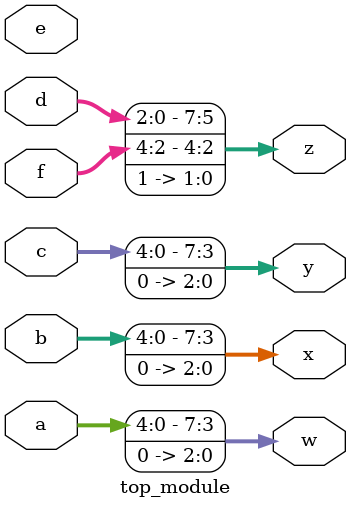
<source format=sv>
module top_module (
    input [4:0] a,
    input [4:0] b,
    input [4:0] c,
    input [4:0] d,
    input [4:0] e,
    input [4:0] f,
    output [7:0] w,
    output [7:0] x,
    output [7:0] y,
    output [7:0] z
);

    // Concatenate the inputs and assign to outputs
    assign w = {a[4:0], 3'b000};
    assign x = {b[4:0], 3'b000};
    assign y = {c[4:0], 3'b000};
    assign z = {d[4:0], f[4:2], 2'b11};  // corrected concatenation based on given description

endmodule

</source>
